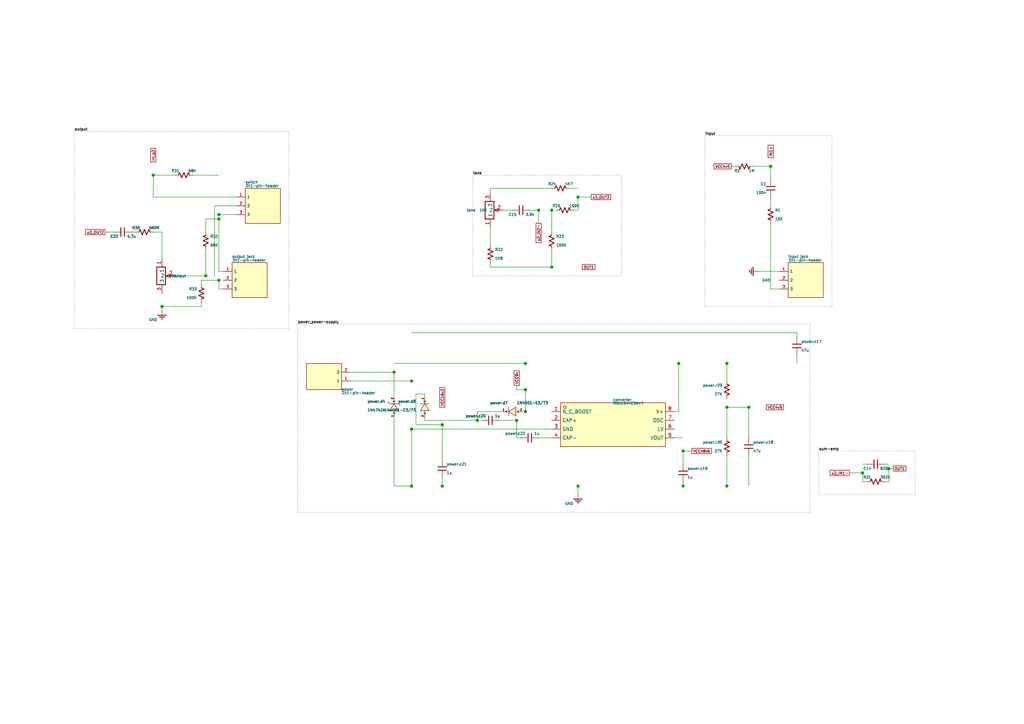
<source format=kicad_sch>
(kicad_sch (version 20230121) (generator jitx)
  (paper "A4")
  (wire (pts (xy 223.52 59.69) (xy 223.52 57.15)) (stroke (width 0.127)))
  (wire (pts (xy 219.71 78.74) (xy 226.06 78.74)) (stroke (width 0.127)))
  (wire (pts (xy 223.52 83.82) (xy 226.06 83.82)) (stroke (width 0.127)))
  (wire (pts (xy 223.52 83.82) (xy 223.52 64.77)) (stroke (width 0.127)))
  (wire (pts (xy 218.44 48.26) (xy 223.52 48.26)) (stroke (width 0.127)))
  (wire (pts (xy 223.52 52.07) (xy 223.52 45.72)) (stroke (width 0.127)))
  (wire (pts (xy 212.09 48.26) (xy 213.36 48.26)) (stroke (width 0.127)))
  (wire (pts (xy 119.38 96.52) (xy 231.14 96.52)) (stroke (width 0.127)))
  (wire (pts (xy 101.6 110.49) (xy 119.38 110.49)) (stroke (width 0.127)))
  (wire (pts (xy 114.3 140.97) (xy 217.17 140.97)) (stroke (width 0.127)))
  (wire (pts (xy 119.38 124.46) (xy 160.02 124.46)) (stroke (width 0.127)))
  (wire (pts (xy 119.38 140.97) (xy 119.38 96.52)) (stroke (width 0.127)))
  (wire (pts (xy 217.17 140.97) (xy 217.17 132.08)) (stroke (width 0.127)))
  (wire (pts (xy 114.3 140.97) (xy 114.3 120.65)) (stroke (width 0.127)))
  (wire (pts (xy 210.82 140.97) (xy 210.82 132.08)) (stroke (width 0.127)))
  (wire (pts (xy 198.12 140.97) (xy 198.12 139.7)) (stroke (width 0.127)))
  (wire (pts (xy 167.64 143.51) (xy 167.64 140.97)) (stroke (width 0.127)))
  (wire (pts (xy 128.27 140.97) (xy 128.27 138.43)) (stroke (width 0.127)))
  (wire (pts (xy 231.14 97.79) (xy 231.14 96.52)) (stroke (width 0.127)))
  (wire (pts (xy 120.65 123.19) (xy 128.27 123.19)) (stroke (width 0.127)))
  (wire (pts (xy 120.65 114.3) (xy 123.19 114.3)) (stroke (width 0.127)))
  (wire (pts (xy 120.65 123.19) (xy 120.65 114.3)) (stroke (width 0.127)))
  (wire (pts (xy 128.27 133.35) (xy 128.27 118.11)) (stroke (width 0.127)))
  (wire (pts (xy 123.19 115.57) (xy 123.19 114.3)) (stroke (width 0.127)))
  (wire (pts (xy 195.58 127.0) (xy 198.12 127.0)) (stroke (width 0.127)))
  (wire (pts (xy 198.12 130.81) (xy 200.66 130.81)) (stroke (width 0.127)))
  (wire (pts (xy 198.12 134.62) (xy 198.12 127.0)) (stroke (width 0.127)))
  (wire (pts (xy 210.82 118.11) (xy 222.25 118.11)) (stroke (width 0.127)))
  (wire (pts (xy 217.17 127.0) (xy 217.17 118.11)) (stroke (width 0.127)))
  (wire (pts (xy 210.82 127.0) (xy 210.82 115.57)) (stroke (width 0.127)))
  (wire (pts (xy 138.43 119.38) (xy 146.05 119.38)) (stroke (width 0.127)))
  (wire (pts (xy 123.19 121.92) (xy 139.7 121.92)) (stroke (width 0.127)))
  (wire (pts (xy 138.43 121.92) (xy 138.43 119.38)) (stroke (width 0.127)))
  (wire (pts (xy 123.19 121.92) (xy 123.19 120.65)) (stroke (width 0.127)))
  (wire (pts (xy 156.21 127.0) (xy 160.02 127.0)) (stroke (width 0.127)))
  (wire (pts (xy 114.3 105.41) (xy 231.14 105.41)) (stroke (width 0.127)))
  (wire (pts (xy 101.6 107.95) (xy 114.3 107.95)) (stroke (width 0.127)))
  (wire (pts (xy 149.86 113.03) (xy 152.4 113.03)) (stroke (width 0.127)))
  (wire (pts (xy 195.58 119.38) (xy 196.85 119.38)) (stroke (width 0.127)))
  (wire (pts (xy 151.13 119.38) (xy 160.02 119.38)) (stroke (width 0.127)))
  (wire (pts (xy 114.3 115.57) (xy 114.3 105.41)) (stroke (width 0.127)))
  (wire (pts (xy 196.85 119.38) (xy 196.85 105.41)) (stroke (width 0.127)))
  (wire (pts (xy 210.82 110.49) (xy 210.82 105.41)) (stroke (width 0.127)))
  (wire (pts (xy 152.4 119.38) (xy 152.4 105.41)) (stroke (width 0.127)))
  (wire (pts (xy 149.86 113.03) (xy 149.86 111.76)) (stroke (width 0.127)))
  (wire (pts (xy 231.14 105.41) (xy 231.14 102.87)) (stroke (width 0.127)))
  (wire (pts (xy 149.86 127.0) (xy 151.13 127.0)) (stroke (width 0.127)))
  (wire (pts (xy 144.78 121.92) (xy 160.02 121.92)) (stroke (width 0.127)))
  (wire (pts (xy 149.86 127.0) (xy 149.86 121.92)) (stroke (width 0.127)))
  (wire (pts (xy 250.19 139.7) (xy 251.46 139.7)) (stroke (width 0.127)))
  (wire (pts (xy 250.19 134.62) (xy 251.46 134.62)) (stroke (width 0.127)))
  (wire (pts (xy 246.38 137.16) (xy 250.19 137.16)) (stroke (width 0.127)))
  (wire (pts (xy 250.19 139.7) (xy 250.19 134.62)) (stroke (width 0.127)))
  (wire (pts (xy 256.54 139.7) (xy 257.81 139.7)) (stroke (width 0.127)))
  (wire (pts (xy 256.54 134.62) (xy 257.81 134.62)) (stroke (width 0.127)))
  (wire (pts (xy 257.81 135.89) (xy 259.08 135.89)) (stroke (width 0.127)))
  (wire (pts (xy 257.81 139.7) (xy 257.81 134.62)) (stroke (width 0.127)))
  (wire (pts (xy 165.1 54.61) (xy 167.64 54.61)) (stroke (width 0.127)))
  (wire (pts (xy 167.64 57.15) (xy 171.45 57.15)) (stroke (width 0.127)))
  (wire (pts (xy 166.37 60.96) (xy 167.64 60.96)) (stroke (width 0.127)))
  (wire (pts (xy 167.64 60.96) (xy 167.64 54.61)) (stroke (width 0.127)))
  (wire (pts (xy 142.24 77.47) (xy 168.91 77.47)) (stroke (width 0.127)))
  (wire (pts (xy 142.24 77.47) (xy 142.24 76.2)) (stroke (width 0.127)))
  (wire (pts (xy 160.02 77.47) (xy 160.02 72.39)) (stroke (width 0.127)))
  (wire (pts (xy 153.67 60.96) (xy 161.29 60.96)) (stroke (width 0.127)))
  (wire (pts (xy 160.02 67.31) (xy 160.02 60.96)) (stroke (width 0.127)))
  (wire (pts (xy 156.21 64.77) (xy 156.21 60.96)) (stroke (width 0.127)))
  (wire (pts (xy 142.24 54.61) (xy 160.02 54.61)) (stroke (width 0.127)))
  (wire (pts (xy 142.24 55.88) (xy 142.24 54.61)) (stroke (width 0.127)))
  (wire (pts (xy 142.24 71.12) (xy 142.24 66.04)) (stroke (width 0.127)))
  (wire (pts (xy 146.05 60.96) (xy 148.59 60.96)) (stroke (width 0.127)))
  (wire (pts (xy 62.23 59.69) (xy 68.58 59.69)) (stroke (width 0.127)))
  (wire (pts (xy 50.8 80.01) (xy 62.23 80.01)) (stroke (width 0.127)))
  (wire (pts (xy 62.23 80.01) (xy 62.23 59.69)) (stroke (width 0.127)))
  (wire (pts (xy 59.69 80.01) (xy 59.69 72.39)) (stroke (width 0.127)))
  (wire (pts (xy 30.48 67.31) (xy 33.02 67.31)) (stroke (width 0.127)))
  (wire (pts (xy 58.42 81.28) (xy 64.77 81.28)) (stroke (width 0.127)))
  (wire (pts (xy 63.5 83.82) (xy 64.77 83.82)) (stroke (width 0.127)))
  (wire (pts (xy 63.5 83.82) (xy 63.5 81.28)) (stroke (width 0.127)))
  (wire (pts (xy 58.42 82.55) (xy 58.42 81.28)) (stroke (width 0.127)))
  (wire (pts (xy 44.45 67.31) (xy 46.99 67.31)) (stroke (width 0.127)))
  (wire (pts (xy 46.99 74.93) (xy 46.99 67.31)) (stroke (width 0.127)))
  (wire (pts (xy 59.69 63.5) (xy 63.5 63.5)) (stroke (width 0.127)))
  (wire (pts (xy 55.88 50.8) (xy 63.5 50.8)) (stroke (width 0.127)))
  (wire (pts (xy 63.5 78.74) (xy 64.77 78.74)) (stroke (width 0.127)))
  (wire (pts (xy 63.5 78.74) (xy 63.5 50.8)) (stroke (width 0.127)))
  (wire (pts (xy 59.69 67.31) (xy 59.69 63.5)) (stroke (width 0.127)))
  (wire (pts (xy 63.5 62.23) (xy 68.58 62.23)) (stroke (width 0.127)))
  (wire (pts (xy 38.1 67.31) (xy 39.37 67.31)) (stroke (width 0.127)))
  (wire (pts (xy 46.99 88.9) (xy 58.42 88.9)) (stroke (width 0.127)))
  (wire (pts (xy 46.99 90.17) (xy 46.99 85.09)) (stroke (width 0.127)))
  (wire (pts (xy 58.42 88.9) (xy 58.42 87.63)) (stroke (width 0.127)))
  (wire (pts (xy 44.45 50.8) (xy 50.8 50.8)) (stroke (width 0.127)))
  (wire (pts (xy 44.45 57.15) (xy 68.58 57.15)) (stroke (width 0.127)))
  (wire (pts (xy 44.45 57.15) (xy 44.45 46.99)) (stroke (width 0.127)))
  (polyline (pts (xy 204.47 39.37) (xy 241.3 39.37)) (stroke (width 0.127) (type dot)))
  (polyline (pts (xy 204.47 88.9) (xy 241.3 88.9)) (stroke (width 0.127) (type dot)))
  (polyline (pts (xy 204.47 88.9) (xy 204.47 39.37)) (stroke (width 0.127) (type dot)))
  (polyline (pts (xy 241.3 88.9) (xy 241.3 39.37)) (stroke (width 0.127) (type dot)))
  (polyline (pts (xy 86.36 93.98) (xy 234.95 93.98)) (stroke (width 0.127) (type dot)))
  (polyline (pts (xy 86.36 148.59) (xy 234.95 148.59)) (stroke (width 0.127) (type dot)))
  (polyline (pts (xy 86.36 148.59) (xy 86.36 93.98)) (stroke (width 0.127) (type dot)))
  (polyline (pts (xy 234.95 148.59) (xy 234.95 93.98)) (stroke (width 0.127) (type dot)))
  (polyline (pts (xy 237.49 130.81) (xy 265.43 130.81)) (stroke (width 0.127) (type dot)))
  (polyline (pts (xy 237.49 143.51) (xy 265.43 143.51)) (stroke (width 0.127) (type dot)))
  (polyline (pts (xy 237.49 143.51) (xy 237.49 130.81)) (stroke (width 0.127) (type dot)))
  (polyline (pts (xy 265.43 143.51) (xy 265.43 130.81)) (stroke (width 0.127) (type dot)))
  (polyline (pts (xy 137.16 50.8) (xy 180.34 50.8)) (stroke (width 0.127) (type dot)))
  (polyline (pts (xy 137.16 80.01) (xy 180.34 80.01)) (stroke (width 0.127) (type dot)))
  (polyline (pts (xy 137.16 80.01) (xy 137.16 50.8)) (stroke (width 0.127) (type dot)))
  (polyline (pts (xy 180.34 80.01) (xy 180.34 50.8)) (stroke (width 0.127) (type dot)))
  (polyline (pts (xy 21.59 38.1) (xy 83.82 38.1)) (stroke (width 0.127) (type dot)))
  (polyline (pts (xy 21.59 95.25) (xy 83.82 95.25)) (stroke (width 0.127) (type dot)))
  (polyline (pts (xy 21.59 95.25) (xy 21.59 38.1)) (stroke (width 0.127) (type dot)))
  (polyline (pts (xy 83.82 95.25) (xy 83.82 38.1)) (stroke (width 0.127) (type dot)))
  (junction (at 223.52 48.26) (diameter 0.762))
  (junction (at 119.38 110.49) (diameter 0.762))
  (junction (at 119.38 140.97) (diameter 0.762))
  (junction (at 210.82 140.97) (diameter 0.762))
  (junction (at 198.12 140.97) (diameter 0.762))
  (junction (at 167.64 140.97) (diameter 0.762))
  (junction (at 128.27 140.97) (diameter 0.762))
  (junction (at 119.38 124.46) (diameter 0.762))
  (junction (at 128.27 123.19) (diameter 0.762))
  (junction (at 198.12 130.81) (diameter 0.762))
  (junction (at 217.17 118.11) (diameter 0.762))
  (junction (at 210.82 118.11) (diameter 0.762))
  (junction (at 138.43 121.92) (diameter 0.762))
  (junction (at 196.85 105.41) (diameter 0.762))
  (junction (at 210.82 105.41) (diameter 0.762))
  (junction (at 152.4 105.41) (diameter 0.762))
  (junction (at 114.3 107.95) (diameter 0.762))
  (junction (at 152.4 113.03) (diameter 0.762))
  (junction (at 152.4 119.38) (diameter 0.762))
  (junction (at 149.86 121.92) (diameter 0.762))
  (junction (at 250.19 137.16) (diameter 0.762))
  (junction (at 257.81 135.89) (diameter 0.762))
  (junction (at 167.64 57.15) (diameter 0.762))
  (junction (at 160.02 77.47) (diameter 0.762))
  (junction (at 160.02 60.96) (diameter 0.762))
  (junction (at 156.21 60.96) (diameter 0.762))
  (junction (at 59.69 80.01) (diameter 0.762))
  (junction (at 63.5 81.28) (diameter 0.762))
  (junction (at 63.5 63.5) (diameter 0.762))
  (junction (at 63.5 62.23) (diameter 0.762))
  (junction (at 46.99 88.9) (diameter 0.762))
  (junction (at 44.45 50.8) (diameter 0.762))
  (label "input" (at 204.47 39.37 0) (effects (font (size 0.762 0.762))))
  (label "power_power-supply" (at 86.36 93.98 0) (effects (font (size 0.762 0.762))))
  (label "sum-amp" (at 237.49 130.81 0) (effects (font (size 0.762 0.762))))
  (label "tone" (at 137.16 50.8 0) (effects (font (size 0.762 0.762))))
  (label "output" (at 21.59 38.1 0) (effects (font (size 0.762 0.762))))
  (global_label "IN1+" (shape passive) (at 223.52 45.72 90) (effects (font (size 0.762 0.762))))
  (global_label "VCC4v5" (shape passive) (at 212.09 48.26 180) (effects (font (size 0.762 0.762))))
  (global_label "VCC16v2" (shape passive) (at 128.27 118.11 90) (effects (font (size 0.762 0.762))))
  (global_label "VCCn8v6" (shape passive) (at 200.66 130.81 0) (effects (font (size 0.762 0.762))))
  (global_label "VCC4v5" (shape passive) (at 222.25 118.11 0) (effects (font (size 0.762 0.762))))
  (global_label "VCC9v" (shape passive) (at 149.86 111.76 90) (effects (font (size 0.762 0.762))))
  (global_label "u2_IN1-" (shape passive) (at 246.38 137.16 180) (effects (font (size 0.762 0.762))))
  (global_label "OUT1" (shape passive) (at 259.08 135.89 0) (effects (font (size 0.762 0.762))))
  (global_label "u2_OUT2" (shape passive) (at 171.45 57.15 0) (effects (font (size 0.762 0.762))))
  (global_label "OUT1" (shape passive) (at 168.91 77.47 0) (effects (font (size 0.762 0.762))))
  (global_label "u2_IN2-" (shape passive) (at 156.21 64.77 270) (effects (font (size 0.762 0.762))))
  (global_label "u2_OUT2" (shape passive) (at 30.48 67.31 180) (effects (font (size 0.762 0.762))))
  (global_label "r4_p2" (shape passive) (at 44.45 46.99 90) (effects (font (size 0.762 0.762))))
  (symbol (lib_id "my_resistor_20") (at 210.82 129.54 180.0) (unit 1)
    (property "Reference" "power.r30" (at 209.55 128.27 0.0) (effects (font (size 0.762 0.762)) (justify left)))
    (property "Value" "27K" (at 209.55 130.81 0.0) (effects (font (size 0.762 0.762)) (justify left)))
    (property "Footprint" "centaur:Pkg0402_3" (effects hide))
    (property "Datasheet" "https://www.koaspeer.com/pdfs/RK73B.pdf" (effects hide))
    (property "Name" "power_r30" (effects hide))
    (property "Description" "RES 27K OHM 5% 1/10W 0402" (effects hide))
    (property "Manufacturer" "KOA Speer Electronics, Inc." (effects hide))
    (property "MPN" "RK73B1ETTP273J" (effects hide))
    (property "Reference-prefix" "R" (effects hide))
  )
  (symbol (lib_id "my_resistor") (at 254.0 139.7 270.0) (unit 1)
    (property "Reference" "R21" (at 252.73 138.43 90.0) (effects (font (size 0.762 0.762)) (justify right)))
    (property "Value" "392K" (at 255.27 138.43 90.0) (effects (font (size 0.762 0.762)) (justify left)))
    (property "Footprint" "centaur:Pkg0402_3" (effects hide))
    (property "Datasheet" "https://datasheet.lcsc.com/lcsc/2202012300_Vishay-Intertech-CRCW0402392KFKED_C2085233.pdf" (effects hide))
    (property "Name" "sum-amp_r20" (effects hide))
    (property "Description" "62.5mW Thick Film Resistors 50V ±1% ±100ppm/℃ -55℃~+155℃ 392kΩ 0402  Chip Resistor - Surface Mount ROHS" (effects hide))
    (property "Manufacturer" "Vishay" (effects hide))
    (property "MPN" "CRCW0402392KFKED" (effects hide))
    (property "Reference-prefix" "R" (effects hide))
  )
  (symbol (lib_id "my_capacitor_5") (at 223.52 54.61 180.0) (unit 1)
    (property "Reference" "C1" (at 222.25 53.34 0.0) (effects (font (size 0.762 0.762)) (justify left)))
    (property "Value" "100n" (at 222.25 55.88 0.0) (effects (font (size 0.762 0.762)) (justify left)))
    (property "Footprint" "centaur:Pkg1206" (effects hide))
    (property "Datasheet" "https://page.venkel.com/hubfs/Resources/Datasheets/C-Series.pdf" (effects hide))
    (property "Name" "input_c1" (effects hide))
    (property "Description" "50V 100nF C0G ±5% 1206  Multilayer Ceramic Capacitors MLCC - SMD/SMT ROHS" (effects hide))
    (property "Manufacturer" "Venkel" (effects hide))
    (property "MPN" "C1206C0G500-104JNE" (effects hide))
    (property "Reference-prefix" "C" (effects hide))
  )
  (symbol (lib_id "my_capacitor_13") (at 128.27 135.89 0.0) (unit 1)
    (property "Reference" "power.c21" (at 129.54 134.62 0.0) (effects (font (size 0.762 0.762)) (justify left)))
    (property "Value" "1u" (at 129.54 137.16 0.0) (effects (font (size 0.762 0.762)) (justify left)))
    (property "Footprint" "centaur:Pkg0402" (effects hide))
    (property "Datasheet" "http://www.calchipelectronics.com/pdf/gmc_series.pdf" (effects hide))
    (property "Name" "power_c21" (effects hide))
    (property "Description" "10V 1uF X7R ±10% 0402  Multilayer Ceramic Capacitors MLCC - SMD/SMT ROHS" (effects hide))
    (property "Manufacturer" "Cal-Chip Electronics" (effects hide))
    (property "MPN" "GMC04X7R105K10NT" (effects hide))
    (property "Reference-prefix" "C" (effects hide))
  )
  (symbol (lib_id "my_resistor_3") (at 59.69 69.85 0.0) (unit 1)
    (property "Reference" "R32" (at 60.96 68.58 0.0) (effects (font (size 0.762 0.762)) (justify left)))
    (property "Value" "68K" (at 60.96 71.12 0.0) (effects (font (size 0.762 0.762)) (justify left)))
    (property "Footprint" "centaur:Pkg0402_3" (effects hide))
    (property "Datasheet" "https://b2b-api.panasonic.eu/file_stream/pids/fileversion/8827" (effects hide))
    (property "Name" "output_r242" (effects hide))
    (property "Description" "RES 68K OHM 0.5% 1/10W 0402 SMD" (effects hide))
    (property "Manufacturer" "Panasonic" (effects hide))
    (property "MPN" "ERJ-U2RD6802X" (effects hide))
    (property "Reference-prefix" "R" (effects hide))
  )
  (symbol (lib_id "my_capacitor_20") (at 151.13 60.96 90.0) (unit 1)
    (property "Reference" "C15" (at 149.86 62.23 270.0) (effects (font (size 0.762 0.762)) (justify right)))
    (property "Value" "3.9n" (at 152.4 62.23 270.0) (effects (font (size 0.762 0.762)) (justify left)))
    (property "Footprint" "centaur:Pkg0603" (effects hide))
    (property "Datasheet" "https://datasheet.lcsc.com/lcsc/2202041200_TDK-CGA3E2C0G1H392J080AD_C2181165.pdf" (effects hide))
    (property "Name" "tone_c14" (effects hide))
    (property "Description" "50V 3.9nF C0G ±5% 0603  Multilayer Ceramic Capacitors MLCC - SMD/SMT ROHS" (effects hide))
    (property "Manufacturer" "TDK" (effects hide))
    (property "MPN" "CGA3E2C0G1H392J080AD" (effects hide))
    (property "Reference-prefix" "C" (effects hide))
  )
  (symbol (lib_id "my_capacitor_8") (at 217.17 129.54 0.0) (unit 1)
    (property "Reference" "power.c18" (at 218.44 128.27 0.0) (effects (font (size 0.762 0.762)) (justify left)))
    (property "Value" "47u" (at 218.44 130.81 0.0) (effects (font (size 0.762 0.762)) (justify left)))
    (property "Footprint" "centaur:Pkg1210" (effects hide))
    (property "Datasheet" "https://datasheet.lcsc.com/lcsc/2202040530_KEMET-C1210C476K8RAC7800_C2172075.pdf" (effects hide))
    (property "Name" "power_c18" (effects hide))
    (property "Description" "47uF X7R ±10% 1210  Multilayer Ceramic Capacitors MLCC - SMD/SMT ROHS" (effects hide))
    (property "Manufacturer" "YAGEO" (effects hide))
    (property "MPN" "C1210C476K8RAC7800" (effects hide))
    (property "Reference-prefix" "C" (effects hide))
  )
  (symbol (lib_id "my_capacitor_18") (at 35.56 67.31 90.0) (unit 1)
    (property "Reference" "C22" (at 34.29 68.58 270.0) (effects (font (size 0.762 0.762)) (justify right)))
    (property "Value" "4.7u" (at 36.83 68.58 270.0) (effects (font (size 0.762 0.762)) (justify left)))
    (property "Footprint" "centaur:Pkg0603" (effects hide))
    (property "Datasheet" "https://datasheet.lcsc.com/lcsc/2201131300_Murata-Electronics-GRM188Z71A475KE15D_C913474.pdf" (effects hide))
    (property "Name" "output_c15" (effects hide))
    (property "Description" "10V 4.7uF X7R ±10% 0603  Multilayer Ceramic Capacitors MLCC - SMD/SMT ROHS" (effects hide))
    (property "Manufacturer" "Murata" (effects hide))
    (property "MPN" "GRM188Z71A475KE15D" (effects hide))
    (property "Reference-prefix" "C" (effects hide))
  )
  (symbol (lib_id "my_resistor_21") (at 160.02 69.85 0.0) (unit 1)
    (property "Reference" "R23" (at 161.29 68.58 0.0) (effects (font (size 0.762 0.762)) (justify left)))
    (property "Value" "100K" (at 161.29 71.12 0.0) (effects (font (size 0.762 0.762)) (justify left)))
    (property "Footprint" "centaur:Pkg0402_3" (effects hide))
    (property "Datasheet" "https://www.koaspeer.com/pdfs/SG73S.pdf" (effects hide))
    (property "Name" "tone_r22" (effects hide))
    (property "Description" "RES 100K OHM 0.5% 1/8W 0402" (effects hide))
    (property "Manufacturer" "KOA Speer Electronics, Inc." (effects hide))
    (property "MPN" "SG73S1ETTP1003D" (effects hide))
    (property "Reference-prefix" "R" (effects hide))
  )
  (symbol (lib_id "pin_header_1") (at 72.39 81.28 0.0) (unit 1)
    (property "Reference" "output jack" (at 67.31 74.838 0.0) (effects (font (size 0.762 0.762)) (justify left bottom)))
    (property "Value" "3X1-pin-header" (at 67.31 75.9 0.0) (effects (font (size 0.762 0.762)) (justify left bottom)))
    (property "Footprint" "centaur:PIN_GRID" (effects hide))
    (property "Name" "output_jack" (effects hide))
    (property "Description" "Generic pin-header" (effects hide))
    (property "MPN" "3X1-pin-header" (effects hide))
    (property "Reference-prefix" "J" (effects hide))
  )
  (symbol (lib_id "pin_header") (at 93.98 109.22 180.0) (unit 1)
    (property "Reference" "power" (at 99.06 113.33 0.0) (effects (font (size 0.762 0.762)) (justify right top)))
    (property "Value" "2X1-pin-header" (at 99.06 114.392 0.0) (effects (font (size 0.762 0.762)) (justify right top)))
    (property "Footprint" "centaur:PIN_GRID_1" (effects hide))
    (property "Name" "power_j3" (effects hide))
    (property "Description" "Generic pin-header" (effects hide))
    (property "MPN" "2X1-pin-header" (effects hide))
    (property "Reference-prefix" "J" (effects hide))
  )
  (symbol (lib_id "C145491_1") (at 123.19 118.11 180.0) (unit 1)
    (property "Reference" "power.d8" (at 120.65 116.84 0.0) (effects (font (size 0.762 0.762)) (justify left top)))
    (property "Value" "1N4001-E3/73" (at 120.65 119.38 0.0) (effects (font (size 0.762 0.762)) (justify left top)))
    (property "Footprint" "centaur:DO_41_BD2_4_L4_7_P8_70_D0_9_RD" (effects hide))
    (property "Datasheet" "https://datasheet.lcsc.com/lcsc/1912111437_Vishay-Intertech-1N4001-E3-73_C145491.pdf" (effects hide))
    (property "Name" "power_d8" (effects hide))
    (property "Description" "1A 5uA@50V 50V 1.1V@1A DO-41  Diodes - General Purpose ROHS" (effects hide))
    (property "Manufacturer" "Vishay" (effects hide))
    (property "MPN" "1N4001-E3/73" (effects hide))
    (property "Reference-prefix" "D" (effects hide))
  )
  (symbol (lib_id "C145491") (at 148.59 119.38 270.0) (unit 1)
    (property "Reference" "power.d7" (at 147.32 116.84 90.0) (effects (font (size 0.762 0.762)) (justify right)))
    (property "Value" "1N4001-E3/73" (at 149.86 116.84 90.0) (effects (font (size 0.762 0.762)) (justify left)))
    (property "Footprint" "centaur:DO_41_BD2_4_L4_7_P8_70_D0_9_RD_1" (effects hide))
    (property "Datasheet" "https://datasheet.lcsc.com/lcsc/1912111437_Vishay-Intertech-1N4001-E3-73_C145491.pdf" (effects hide))
    (property "Name" "power_d7" (effects hide))
    (property "Description" "1A 5uA@50V 50V 1.1V@1A DO-41  Diodes - General Purpose ROHS" (effects hide))
    (property "Manufacturer" "Vishay" (effects hide))
    (property "MPN" "1N4001-E3/73" (effects hide))
    (property "Reference-prefix" "D" (effects hide))
  )
  (symbol (lib_id "C113210") (at 114.3 118.11 180.0) (unit 1)
    (property "Reference" "power.d4" (at 111.76 116.84 0.0) (effects (font (size 0.762 0.762)) (justify left top)))
    (property "Value" "1N4742A" (at 111.76 119.38 0.0) (effects (font (size 0.762 0.762)) (justify left top)))
    (property "Footprint" "centaur:DO_41_BD2_4_L4_7_P8_70_D0_9_FD" (effects hide))
    (property "Name" "power_d4" (effects hide))
    (property "Description" "1W 12V DO-41  Zener Diodes ROHS" (effects hide))
    (property "Manufacturer" "Tak Cheong" (effects hide))
    (property "MPN" "1N4742A" (effects hide))
    (property "Reference-prefix" "D" (effects hide))
  )
  (symbol (lib_id "my_capacitor") (at 254.0 134.62 90.0) (unit 1)
    (property "Reference" "C14" (at 252.73 135.89 270.0) (effects (font (size 0.762 0.762)) (justify right)))
    (property "Value" "820p" (at 255.27 135.89 270.0) (effects (font (size 0.762 0.762)) (justify left)))
    (property "Footprint" "centaur:Pkg0402" (effects hide))
    (property "Datasheet" "http://www.calchipelectronics.com/pdf/gmc_series.pdf" (effects hide))
    (property "Name" "sum-amp_c13" (effects hide))
    (property "Manufacturer" "Cal-Chip Electronics" (effects hide))
    (property "MPN" "GMC04CG821J50NT" (effects hide))
    (property "Reference-prefix" "C" (effects hide))
  )
  (symbol (lib_id "my_capacitor_15") (at 153.67 127.0 270.0) (unit 1)
    (property "Reference" "power.c22" (at 152.4 125.73 90.0) (effects (font (size 0.762 0.762)) (justify right)))
    (property "Value" "1u" (at 154.94 125.73 90.0) (effects (font (size 0.762 0.762)) (justify left)))
    (property "Footprint" "centaur:Pkg0402" (effects hide))
    (property "Datasheet" "http://www.calchipelectronics.com/pdf/gmc_series.pdf" (effects hide))
    (property "Name" "power_c22" (effects hide))
    (property "Description" "10V 1uF X7R ±10% 0402  Multilayer Ceramic Capacitors MLCC - SMD/SMT ROHS" (effects hide))
    (property "Manufacturer" "Cal-Chip Electronics" (effects hide))
    (property "MPN" "GMC04X7R105K10NT" (effects hide))
    (property "Reference-prefix" "C" (effects hide))
  )
  (symbol (lib_id "my_resistor_5") (at 58.42 85.09 180.0) (unit 1)
    (property "Reference" "R33" (at 57.15 83.82 0.0) (effects (font (size 0.762 0.762)) (justify left)))
    (property "Value" "100K" (at 57.15 86.36 0.0) (effects (font (size 0.762 0.762)) (justify left)))
    (property "Footprint" "centaur:Pkg0402_3" (effects hide))
    (property "Datasheet" "https://www.koaspeer.com/pdfs/SG73S.pdf" (effects hide))
    (property "Name" "output_r28" (effects hide))
    (property "Description" "RES 100K OHM 0.5% 1/8W 0402" (effects hide))
    (property "Manufacturer" "KOA Speer Electronics, Inc." (effects hide))
    (property "MPN" "SG73S1ETTP1003D" (effects hide))
    (property "Reference-prefix" "R" (effects hide))
  )
  (symbol (lib_id "C370978") (at 142.24 60.96 270.0) (unit 1)
    (property "Reference" "tone" (at 137.969997459995 60.96 90.0) (effects (font (size 0.762 0.762)) (justify right)))
    (property "Value" "10K" (at 138.969997459995 60.96 90.0) (effects (font (size 0.762 0.762)) (justify left)))
    (property "Footprint" "centaur:LP" (effects hide))
    (property "Datasheet" "https://datasheet.lcsc.com/lcsc/2003161835_ALPSALPINE-RK1631110U1Q_C370978.pdf" (effects hide))
    (property "Name" "tone_rv-tone" (effects hide))
    (property "Description" "±20% 100mW 10kΩ Plugin  Variable Resistors/Potentiometers ROHS" (effects hide))
    (property "Manufacturer" "ALPSALPINE" (effects hide))
    (property "MPN" "RK1631110U1Q" (effects hide))
  )
  (symbol (lib_id "my_resistor_1") (at 223.52 62.23 0.0) (unit 1)
    (property "Reference" "R1" (at 224.79 60.96 0.0) (effects (font (size 0.762 0.762)) (justify left)))
    (property "Value" "10K" (at 224.79 63.5 0.0) (effects (font (size 0.762 0.762)) (justify left)))
    (property "Footprint" "centaur:Pkg0402_3" (effects hide))
    (property "Datasheet" "https://www.vishay.com/docs/28779/tnpue3.pdf" (effects hide))
    (property "Name" "input_r1" (effects hide))
    (property "Description" "TNPU0402 10K 0.1% T-16 EP1 E3" (effects hide))
    (property "Manufacturer" "Vishay" (effects hide))
    (property "MPN" "TNPU040210K0BZEP00" (effects hide))
    (property "Reference-prefix" "R" (effects hide))
  )
  (symbol (lib_id "my_capacitor_9") (at 198.12 137.16 0.0) (unit 1)
    (property "Reference" "power.c19" (at 199.39 135.89 0.0) (effects (font (size 0.762 0.762)) (justify left)))
    (property "Value" "1u" (at 199.39 138.43 0.0) (effects (font (size 0.762 0.762)) (justify left)))
    (property "Footprint" "centaur:Pkg0402" (effects hide))
    (property "Datasheet" "http://www.calchipelectronics.com/pdf/gmc_series.pdf" (effects hide))
    (property "Name" "power_c19" (effects hide))
    (property "Description" "10V 1uF X7R ±10% 0402  Multilayer Ceramic Capacitors MLCC - SMD/SMT ROHS" (effects hide))
    (property "Manufacturer" "Cal-Chip Electronics" (effects hide))
    (property "MPN" "GMC04X7R105K10NT" (effects hide))
    (property "Reference-prefix" "C" (effects hide))
  )
  (symbol (lib_id "my_resistor_27") (at 41.91 67.31 270.0) (unit 1)
    (property "Reference" "R30" (at 40.64 66.04 90.0) (effects (font (size 0.762 0.762)) (justify right)))
    (property "Value" "560R" (at 43.18 66.04 90.0) (effects (font (size 0.762 0.762)) (justify left)))
    (property "Footprint" "centaur:Pkg0402_3" (effects hide))
    (property "Datasheet" "https://fscdn.rohm.com/en/products/databook/datasheet/passive/resistor/chip_resistor/esr-e.pdf" (effects hide))
    (property "Name" "output_r25" (effects hide))
    (property "Description" "RES SMD 560 OHM 5% 1/5W 0402" (effects hide))
    (property "Manufacturer" "Rohm Semiconductor" (effects hide))
    (property "MPN" "ESR01MZPJ561" (effects hide))
    (property "Reference-prefix" "R" (effects hide))
  )
  (symbol (lib_id "my_resistor_23") (at 162.56 54.61 270.0) (unit 1)
    (property "Reference" "R24" (at 161.29 53.34 90.0) (effects (font (size 0.762 0.762)) (justify right)))
    (property "Value" "4K7" (at 163.83 53.34 90.0) (effects (font (size 0.762 0.762)) (justify left)))
    (property "Footprint" "centaur:Pkg0402_3" (effects hide))
    (property "Datasheet" "https://www.meritekusa.com/wp-content/uploads/2018/06/Standard-Chip-Resistor-CR-Series.pdf" (effects hide))
    (property "Name" "tone_r23" (effects hide))
    (property "Description" "RES SMD 4.7K OHM 1% 1/16W 0402" (effects hide))
    (property "Manufacturer" "Meritek" (effects hide))
    (property "MPN" "CR204701F" (effects hide))
    (property "Reference-prefix" "R" (effects hide))
  )
  (symbol (lib_id "C370978") (at 46.99 80.01 90.0) (mirror y) (unit 1)
    (property "Reference" "output" (at 50.2600025400051 80.01 270.0) (effects (font (size 0.762 0.762)) (justify right)))
    (property "Value" "10K" (at 51.2600025400051 80.01 270.0) (effects (font (size 0.762 0.762)) (justify left)))
    (property "Footprint" "centaur:LP" (effects hide))
    (property "Datasheet" "https://datasheet.lcsc.com/lcsc/2003161835_ALPSALPINE-RK1631110U1Q_C370978.pdf" (effects hide))
    (property "Name" "output_rv-level" (effects hide))
    (property "Description" "±20% 100mW 10kΩ Plugin  Variable Resistors/Potentiometers ROHS" (effects hide))
    (property "Manufacturer" "ALPSALPINE" (effects hide))
    (property "MPN" "RK1631110U1Q" (effects hide))
  )
  (symbol (lib_id "C140450") (at 177.8 123.19 0.0) (unit 1)
    (property "Reference" "converter" (at 177.8 116.379992379985 0.0) (effects (font (size 0.762 0.762)) (justify left bottom)))
    (property "Value" "MAX1044ESA+T" (at 177.8 117.379992379985 0.0) (effects (font (size 0.762 0.762)) (justify left bottom)))
    (property "Footprint" "centaur:SO_8_L4_9_W3_9_P1_27_LS5_9_BL" (effects hide))
    (property "Datasheet" "https://datasheet.lcsc.com/lcsc/2304140030_Analog-Devices-Inc--Maxim-Integrated-MAX1044ESA-T_C140450.pdf" (effects hide))
    (property "Name" "power_u3" (effects hide))
    (property "Description" "20mA 10kHz SO-8  AC-DC Controllers & Regulators ROHS" (effects hide))
    (property "Manufacturer" "Analog Devices" (effects hide))
    (property "MPN" "MAX1044ESA+T" (effects hide))
    (property "Reference-prefix" "U" (effects hide))
  )
  (symbol (lib_id "my_resistor_17") (at 210.82 113.03 180.0) (unit 1)
    (property "Reference" "power.r29" (at 209.55 111.76 0.0) (effects (font (size 0.762 0.762)) (justify left)))
    (property "Value" "27K" (at 209.55 114.3 0.0) (effects (font (size 0.762 0.762)) (justify left)))
    (property "Footprint" "centaur:Pkg0402_3" (effects hide))
    (property "Datasheet" "https://www.koaspeer.com/pdfs/RK73B.pdf" (effects hide))
    (property "Name" "power_r29" (effects hide))
    (property "Description" "RES 27K OHM 5% 1/10W 0402" (effects hide))
    (property "Manufacturer" "KOA Speer Electronics, Inc." (effects hide))
    (property "MPN" "RK73B1ETTP273J" (effects hide))
    (property "Reference-prefix" "R" (effects hide))
  )
  (symbol (lib_id "my_resistor_7") (at 215.9 48.26 90.0) (unit 1)
    (property "Reference" "R2" (at 214.63 49.53 270.0) (effects (font (size 0.762 0.762)) (justify right)))
    (property "Value" "1M" (at 217.17 49.53 270.0) (effects (font (size 0.762 0.762)) (justify left)))
    (property "Footprint" "centaur:Pkg0402_3" (effects hide))
    (property "Datasheet" "https://datasheet.lcsc.com/lcsc/2202081430_Vishay-Intertech-RCS04021M00JNED_C2085938.pdf" (effects hide))
    (property "Name" "input_r2" (effects hide))
    (property "Description" "200mW Thick Film Resistors ±5% 1MΩ 0402  Chip Resistor - Surface Mount ROHS" (effects hide))
    (property "Manufacturer" "Vishay" (effects hide))
    (property "MPN" "RCS04021M00JNED" (effects hide))
    (property "Reference-prefix" "R" (effects hide))
  )
  (symbol (lib_id "my_capacitor_10") (at 142.24 121.92 270.0) (unit 1)
    (property "Reference" "power.c20" (at 140.97 120.65 90.0) (effects (font (size 0.762 0.762)) (justify right)))
    (property "Value" "1u" (at 143.51 120.65 90.0) (effects (font (size 0.762 0.762)) (justify left)))
    (property "Footprint" "centaur:Pkg0402" (effects hide))
    (property "Datasheet" "http://www.calchipelectronics.com/pdf/gmc_series.pdf" (effects hide))
    (property "Name" "power_c20" (effects hide))
    (property "Description" "10V 1uF X7R ±10% 0402  Multilayer Ceramic Capacitors MLCC - SMD/SMT ROHS" (effects hide))
    (property "Manufacturer" "Cal-Chip Electronics" (effects hide))
    (property "MPN" "GMC04X7R105K10NT" (effects hide))
    (property "Reference-prefix" "C" (effects hide))
  )
  (symbol (lib_id "my_resistor_28") (at 53.34 50.8 270.0) (unit 1)
    (property "Reference" "R31" (at 52.07 49.53 90.0) (effects (font (size 0.762 0.762)) (justify right)))
    (property "Value" "68K" (at 54.61 49.53 90.0) (effects (font (size 0.762 0.762)) (justify left)))
    (property "Footprint" "centaur:Pkg0402_3" (effects hide))
    (property "Datasheet" "https://b2b-api.panasonic.eu/file_stream/pids/fileversion/8827" (effects hide))
    (property "Name" "output_r243" (effects hide))
    (property "Description" "RES 68K OHM 0.5% 1/10W 0402 SMD" (effects hide))
    (property "Manufacturer" "Panasonic" (effects hide))
    (property "MPN" "ERJ-U2RD6802X" (effects hide))
    (property "Reference-prefix" "R" (effects hide))
  )
  (symbol (lib_id "my_resistor_25") (at 163.83 60.96 270.0) (unit 1)
    (property "Reference" "R25" (at 162.56 59.69 90.0) (effects (font (size 0.762 0.762)) (justify right)))
    (property "Value" "100K" (at 165.1 59.69 90.0) (effects (font (size 0.762 0.762)) (justify left)))
    (property "Footprint" "centaur:Pkg0402_3" (effects hide))
    (property "Datasheet" "https://www.koaspeer.com/pdfs/SG73S.pdf" (effects hide))
    (property "Name" "tone_r24" (effects hide))
    (property "Description" "RES 100K OHM 0.5% 1/8W 0402" (effects hide))
    (property "Manufacturer" "KOA Speer Electronics, Inc." (effects hide))
    (property "MPN" "SG73S1ETTP1003D" (effects hide))
    (property "Reference-prefix" "R" (effects hide))
  )
  (symbol (lib_id "pin_header_1") (at 233.68 81.28 0.0) (unit 1)
    (property "Reference" "input jack" (at 228.6 74.838 0.0) (effects (font (size 0.762 0.762)) (justify left bottom)))
    (property "Value" "3X1-pin-header" (at 228.6 75.9 0.0) (effects (font (size 0.762 0.762)) (justify left bottom)))
    (property "Footprint" "centaur:PIN_GRID" (effects hide))
    (property "Name" "input_jack" (effects hide))
    (property "Description" "Generic pin-header" (effects hide))
    (property "MPN" "3X1-pin-header" (effects hide))
    (property "Reference-prefix" "J" (effects hide))
  )
  (symbol (lib_id "my_capacitor_4") (at 231.14 100.33 0.0) (unit 1)
    (property "Reference" "power.c17" (at 232.41 99.06 0.0) (effects (font (size 0.762 0.762)) (justify left)))
    (property "Value" "47u" (at 232.41 101.6 0.0) (effects (font (size 0.762 0.762)) (justify left)))
    (property "Footprint" "centaur:Pkg1210" (effects hide))
    (property "Datasheet" "https://datasheet.lcsc.com/lcsc/2202040530_KEMET-C1210C476K8RAC7800_C2172075.pdf" (effects hide))
    (property "Name" "power_c17" (effects hide))
    (property "Description" "47uF X7R ±10% 1210  Multilayer Ceramic Capacitors MLCC - SMD/SMT ROHS" (effects hide))
    (property "Manufacturer" "YAGEO" (effects hide))
    (property "MPN" "C1210C476K8RAC7800" (effects hide))
    (property "Reference-prefix" "C" (effects hide))
  )
  (symbol (lib_id "my_resistor_18") (at 142.24 73.66 0.0) (unit 1)
    (property "Reference" "R22" (at 143.51 72.39 0.0) (effects (font (size 0.762 0.762)) (justify left)))
    (property "Value" "1K8" (at 143.51 74.93 0.0) (effects (font (size 0.762 0.762)) (justify left)))
    (property "Footprint" "centaur:Pkg0402_3" (effects hide))
    (property "Datasheet" "https://na.industrial.panasonic.com/file-download/8997" (effects hide))
    (property "Name" "tone_r21" (effects hide))
    (property "Description" "RES 1.8K OHM 0.05% 1/10W 0402" (effects hide))
    (property "Manufacturer" "Panasonic" (effects hide))
    (property "MPN" "ERA-2VRW1801X" (effects hide))
    (property "Reference-prefix" "R" (effects hide))
  )
  (symbol (lib_id "pin_header_1") (at 76.2 59.69 0.0) (unit 1)
    (property "Reference" "switch" (at 71.12 53.248 0.0) (effects (font (size 0.762 0.762)) (justify left bottom)))
    (property "Value" "3X1-pin-header" (at 71.12 54.31 0.0) (effects (font (size 0.762 0.762)) (justify left bottom)))
    (property "Footprint" "centaur:PIN_GRID" (effects hide))
    (property "Name" "output_sw1" (effects hide))
    (property "Description" "Generic pin-header" (effects hide))
    (property "MPN" "3X1-pin-header" (effects hide))
    (property "Reference-prefix" "J" (effects hide))
  )
  (symbol (lib_id "GND") (at 219.71 78.74 270.0) (unit 1)
    (property "Reference" "#PWR?" (effects hide))
    (property "Value" "GND" (at 222.25 81.28 90.0) (effects (font (size 0.762 0.762))))
  )
  (symbol (lib_id "GND") (at 167.64 143.51 0.0) (unit 1)
    (property "Reference" "#PWR?" (effects hide))
    (property "Value" "GND" (at 165.1 146.05 0.0) (effects (font (size 0.762 0.762))))
  )
  (symbol (lib_id "GND") (at 46.99 90.17 0.0) (unit 1)
    (property "Reference" "#PWR?" (effects hide))
    (property "Value" "GND" (at 44.45 92.71 0.0) (effects (font (size 0.762 0.762))))
  )
)
</source>
